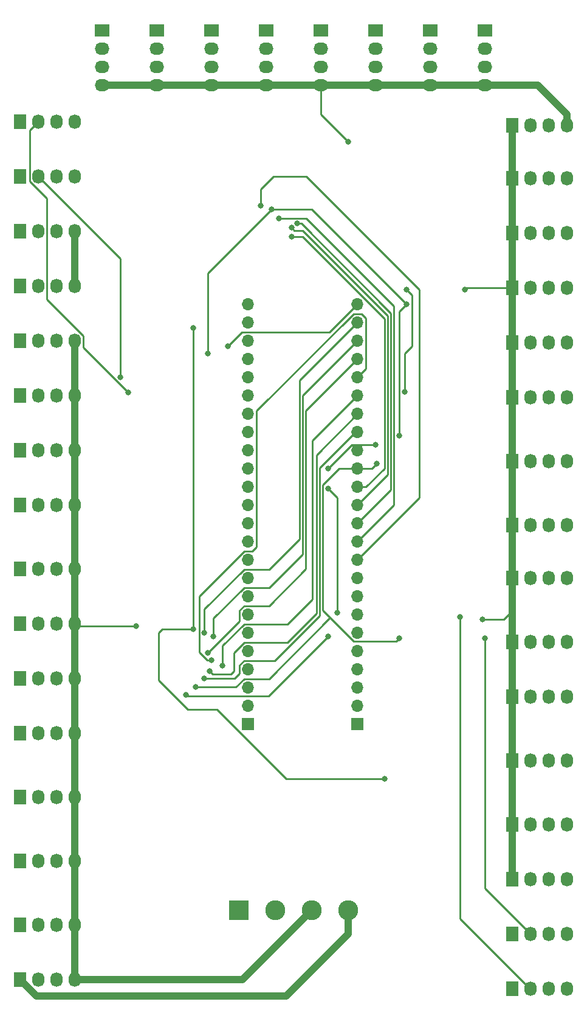
<source format=gbr>
%TF.GenerationSoftware,KiCad,Pcbnew,(5.1.8)-1*%
%TF.CreationDate,2021-02-28T20:43:26-06:00*%
%TF.ProjectId,CircuitBoard,43697263-7569-4744-926f-6172642e6b69,rev?*%
%TF.SameCoordinates,Original*%
%TF.FileFunction,Copper,L2,Bot*%
%TF.FilePolarity,Positive*%
%FSLAX46Y46*%
G04 Gerber Fmt 4.6, Leading zero omitted, Abs format (unit mm)*
G04 Created by KiCad (PCBNEW (5.1.8)-1) date 2021-02-28 20:43:26*
%MOMM*%
%LPD*%
G01*
G04 APERTURE LIST*
%TA.AperFunction,ComponentPad*%
%ADD10C,2.780000*%
%TD*%
%TA.AperFunction,ComponentPad*%
%ADD11R,2.780000X2.780000*%
%TD*%
%TA.AperFunction,ComponentPad*%
%ADD12O,1.730000X2.030000*%
%TD*%
%TA.AperFunction,ComponentPad*%
%ADD13R,1.730000X2.030000*%
%TD*%
%TA.AperFunction,ComponentPad*%
%ADD14O,1.700000X1.700000*%
%TD*%
%TA.AperFunction,ComponentPad*%
%ADD15R,1.700000X1.700000*%
%TD*%
%TA.AperFunction,ComponentPad*%
%ADD16O,2.030000X1.730000*%
%TD*%
%TA.AperFunction,ComponentPad*%
%ADD17R,2.030000X1.730000*%
%TD*%
%TA.AperFunction,ViaPad*%
%ADD18C,0.800000*%
%TD*%
%TA.AperFunction,Conductor*%
%ADD19C,1.016000*%
%TD*%
%TA.AperFunction,Conductor*%
%ADD20C,0.250000*%
%TD*%
G04 APERTURE END LIST*
D10*
%TO.P,JMolex1,4*%
%TO.N,Net-(J1-Pad1)*%
X133350000Y-169418000D03*
%TO.P,JMolex1,3*%
%TO.N,Net-(J1-Pad4)*%
X128270000Y-169418000D03*
%TO.P,JMolex1,2*%
%TO.N,Net-(JMolex1-Pad2)*%
X123190000Y-169418000D03*
D11*
%TO.P,JMolex1,1*%
%TO.N,Net-(JMolex1-Pad1)*%
X118110000Y-169418000D03*
%TD*%
D12*
%TO.P,J42,4*%
%TO.N,Net-(J1-Pad4)*%
X95250000Y-113030000D03*
%TO.P,J42,3*%
%TO.N,Net-(J42-Pad3)*%
X92710000Y-113030000D03*
%TO.P,J42,2*%
%TO.N,Net-(J42-Pad2)*%
X90170000Y-113030000D03*
D13*
%TO.P,J42,1*%
%TO.N,Net-(J1-Pad1)*%
X87630000Y-113030000D03*
%TD*%
D12*
%TO.P,J41,4*%
%TO.N,Net-(J1-Pad4)*%
X95250000Y-105410000D03*
%TO.P,J41,3*%
%TO.N,Net-(J41-Pad3)*%
X92710000Y-105410000D03*
%TO.P,J41,2*%
%TO.N,Net-(J41-Pad2)*%
X90170000Y-105410000D03*
D13*
%TO.P,J41,1*%
%TO.N,Net-(J1-Pad1)*%
X87630000Y-105410000D03*
%TD*%
D12*
%TO.P,J40,4*%
%TO.N,Net-(J1-Pad4)*%
X95250000Y-97790000D03*
%TO.P,J40,3*%
%TO.N,Net-(J40-Pad3)*%
X92710000Y-97790000D03*
%TO.P,J40,2*%
%TO.N,Net-(J40-Pad2)*%
X90170000Y-97790000D03*
D13*
%TO.P,J40,1*%
%TO.N,Net-(J1-Pad1)*%
X87630000Y-97790000D03*
%TD*%
D12*
%TO.P,J39,4*%
%TO.N,Net-(J1-Pad4)*%
X95250000Y-90170000D03*
%TO.P,J39,3*%
%TO.N,Net-(J39-Pad3)*%
X92710000Y-90170000D03*
%TO.P,J39,2*%
%TO.N,Net-(J39-Pad2)*%
X90170000Y-90170000D03*
D13*
%TO.P,J39,1*%
%TO.N,Net-(J1-Pad1)*%
X87630000Y-90170000D03*
%TD*%
D12*
%TO.P,J38,4*%
%TO.N,Net-(J1-Pad4)*%
X95250000Y-82550000D03*
%TO.P,J38,3*%
%TO.N,Net-(J38-Pad3)*%
X92710000Y-82550000D03*
%TO.P,J38,2*%
%TO.N,Net-(J38-Pad2)*%
X90170000Y-82550000D03*
D13*
%TO.P,J38,1*%
%TO.N,Net-(J1-Pad1)*%
X87630000Y-82550000D03*
%TD*%
D12*
%TO.P,J37,4*%
%TO.N,Net-(J1-Pad4)*%
X95250000Y-74930000D03*
%TO.P,J37,3*%
%TO.N,Net-(J37-Pad3)*%
X92710000Y-74930000D03*
%TO.P,J37,2*%
%TO.N,Net-(J37-Pad2)*%
X90170000Y-74930000D03*
D13*
%TO.P,J37,1*%
%TO.N,Net-(J1-Pad1)*%
X87630000Y-74930000D03*
%TD*%
D12*
%TO.P,J36,4*%
%TO.N,Net-(J1-Pad4)*%
X95250000Y-67310000D03*
%TO.P,J36,3*%
%TO.N,Net-(J36-Pad3)*%
X92710000Y-67310000D03*
%TO.P,J36,2*%
%TO.N,Net-(J36-Pad2)*%
X90170000Y-67310000D03*
D13*
%TO.P,J36,1*%
%TO.N,Net-(J1-Pad1)*%
X87630000Y-67310000D03*
%TD*%
D12*
%TO.P,J35,4*%
%TO.N,Net-(J1-Pad4)*%
X95250000Y-59690000D03*
%TO.P,J35,3*%
%TO.N,Net-(J35-Pad3)*%
X92710000Y-59690000D03*
%TO.P,J35,2*%
%TO.N,Net-(J35-Pad2)*%
X90170000Y-59690000D03*
D13*
%TO.P,J35,1*%
%TO.N,Net-(J1-Pad1)*%
X87630000Y-59690000D03*
%TD*%
D12*
%TO.P,J34,4*%
%TO.N,Net-(J1-Pad4)*%
X95250000Y-121920000D03*
%TO.P,J34,3*%
%TO.N,Net-(J34-Pad3)*%
X92710000Y-121920000D03*
%TO.P,J34,2*%
%TO.N,Net-(J34-Pad2)*%
X90170000Y-121920000D03*
D13*
%TO.P,J34,1*%
%TO.N,Net-(J1-Pad1)*%
X87630000Y-121920000D03*
%TD*%
D12*
%TO.P,J33,4*%
%TO.N,Net-(J1-Pad4)*%
X95250000Y-129540000D03*
%TO.P,J33,3*%
%TO.N,Net-(J33-Pad3)*%
X92710000Y-129540000D03*
%TO.P,J33,2*%
%TO.N,Net-(J33-Pad2)*%
X90170000Y-129540000D03*
D13*
%TO.P,J33,1*%
%TO.N,Net-(J1-Pad1)*%
X87630000Y-129540000D03*
%TD*%
D12*
%TO.P,J32,4*%
%TO.N,Net-(J1-Pad4)*%
X95250000Y-137160000D03*
%TO.P,J32,3*%
%TO.N,Net-(J32-Pad3)*%
X92710000Y-137160000D03*
%TO.P,J32,2*%
%TO.N,Net-(J32-Pad2)*%
X90170000Y-137160000D03*
D13*
%TO.P,J32,1*%
%TO.N,Net-(J1-Pad1)*%
X87630000Y-137160000D03*
%TD*%
D12*
%TO.P,J31,4*%
%TO.N,Net-(J1-Pad4)*%
X95250000Y-144780000D03*
%TO.P,J31,3*%
%TO.N,Net-(J31-Pad3)*%
X92710000Y-144780000D03*
%TO.P,J31,2*%
%TO.N,Net-(J31-Pad2)*%
X90170000Y-144780000D03*
D13*
%TO.P,J31,1*%
%TO.N,Net-(J1-Pad1)*%
X87630000Y-144780000D03*
%TD*%
D12*
%TO.P,J30,4*%
%TO.N,Net-(J1-Pad4)*%
X95250000Y-153670000D03*
%TO.P,J30,3*%
%TO.N,Net-(J30-Pad3)*%
X92710000Y-153670000D03*
%TO.P,J30,2*%
%TO.N,Net-(J30-Pad2)*%
X90170000Y-153670000D03*
D13*
%TO.P,J30,1*%
%TO.N,Net-(J1-Pad1)*%
X87630000Y-153670000D03*
%TD*%
D12*
%TO.P,J29,4*%
%TO.N,Net-(J1-Pad4)*%
X95250000Y-162560000D03*
%TO.P,J29,3*%
%TO.N,Net-(J29-Pad3)*%
X92710000Y-162560000D03*
%TO.P,J29,2*%
%TO.N,Net-(J29-Pad2)*%
X90170000Y-162560000D03*
D13*
%TO.P,J29,1*%
%TO.N,Net-(J1-Pad1)*%
X87630000Y-162560000D03*
%TD*%
D12*
%TO.P,J28,4*%
%TO.N,Net-(J1-Pad4)*%
X95250000Y-171450000D03*
%TO.P,J28,3*%
%TO.N,Net-(J28-Pad3)*%
X92710000Y-171450000D03*
%TO.P,J28,2*%
%TO.N,Net-(J28-Pad2)*%
X90170000Y-171450000D03*
D13*
%TO.P,J28,1*%
%TO.N,Net-(J1-Pad1)*%
X87630000Y-171450000D03*
%TD*%
D12*
%TO.P,J27,4*%
%TO.N,Net-(J1-Pad4)*%
X95250000Y-179070000D03*
%TO.P,J27,3*%
%TO.N,Net-(J27-Pad3)*%
X92710000Y-179070000D03*
%TO.P,J27,2*%
%TO.N,Net-(J27-Pad2)*%
X90170000Y-179070000D03*
D13*
%TO.P,J27,1*%
%TO.N,Net-(J1-Pad1)*%
X87630000Y-179070000D03*
%TD*%
D12*
%TO.P,J26,4*%
%TO.N,Net-(J1-Pad4)*%
X163830000Y-115824000D03*
%TO.P,J26,3*%
%TO.N,Net-(J26-Pad3)*%
X161290000Y-115824000D03*
%TO.P,J26,2*%
%TO.N,Net-(J26-Pad2)*%
X158750000Y-115824000D03*
D13*
%TO.P,J26,1*%
%TO.N,Net-(J1-Pad1)*%
X156210000Y-115824000D03*
%TD*%
D12*
%TO.P,J25,4*%
%TO.N,Net-(J1-Pad4)*%
X163830000Y-106934000D03*
%TO.P,J25,3*%
%TO.N,Net-(J25-Pad3)*%
X161290000Y-106934000D03*
%TO.P,J25,2*%
%TO.N,Net-(J25-Pad2)*%
X158750000Y-106934000D03*
D13*
%TO.P,J25,1*%
%TO.N,Net-(J1-Pad1)*%
X156210000Y-106934000D03*
%TD*%
D12*
%TO.P,J24,4*%
%TO.N,Net-(J1-Pad4)*%
X163830000Y-98044000D03*
%TO.P,J24,3*%
%TO.N,Net-(J24-Pad3)*%
X161290000Y-98044000D03*
%TO.P,J24,2*%
%TO.N,Net-(J24-Pad2)*%
X158750000Y-98044000D03*
D13*
%TO.P,J24,1*%
%TO.N,Net-(J1-Pad1)*%
X156210000Y-98044000D03*
%TD*%
D12*
%TO.P,J23,4*%
%TO.N,Net-(J1-Pad4)*%
X163830000Y-90424000D03*
%TO.P,J23,3*%
%TO.N,Net-(J23-Pad3)*%
X161290000Y-90424000D03*
%TO.P,J23,2*%
%TO.N,Net-(J23-Pad2)*%
X158750000Y-90424000D03*
D13*
%TO.P,J23,1*%
%TO.N,Net-(J1-Pad1)*%
X156210000Y-90424000D03*
%TD*%
D14*
%TO.P,J22,24*%
%TO.N,Net-(J22-Pad24)*%
X119380000Y-85090000D03*
%TO.P,J22,23*%
%TO.N,Net-(J22-Pad23)*%
X119380000Y-87630000D03*
%TO.P,J22,22*%
%TO.N,Net-(J22-Pad22)*%
X119380000Y-90170000D03*
%TO.P,J22,21*%
%TO.N,Net-(J22-Pad21)*%
X119380000Y-92710000D03*
%TO.P,J22,20*%
%TO.N,Net-(J22-Pad20)*%
X119380000Y-95250000D03*
%TO.P,J22,19*%
%TO.N,Net-(J22-Pad19)*%
X119380000Y-97790000D03*
%TO.P,J22,18*%
%TO.N,Net-(J22-Pad18)*%
X119380000Y-100330000D03*
%TO.P,J22,17*%
%TO.N,Net-(J22-Pad17)*%
X119380000Y-102870000D03*
%TO.P,J22,16*%
%TO.N,Net-(J22-Pad16)*%
X119380000Y-105410000D03*
%TO.P,J22,15*%
%TO.N,Net-(J22-Pad15)*%
X119380000Y-107950000D03*
%TO.P,J22,14*%
%TO.N,Net-(J22-Pad14)*%
X119380000Y-110490000D03*
%TO.P,J22,13*%
%TO.N,Net-(J22-Pad13)*%
X119380000Y-113030000D03*
%TO.P,J22,12*%
%TO.N,Net-(J22-Pad12)*%
X119380000Y-115570000D03*
%TO.P,J22,11*%
%TO.N,Net-(J22-Pad11)*%
X119380000Y-118110000D03*
%TO.P,J22,10*%
%TO.N,Net-(J22-Pad10)*%
X119380000Y-120650000D03*
%TO.P,J22,9*%
%TO.N,Net-(J22-Pad9)*%
X119380000Y-123190000D03*
%TO.P,J22,8*%
%TO.N,Net-(J22-Pad8)*%
X119380000Y-125730000D03*
%TO.P,J22,7*%
%TO.N,Net-(J22-Pad7)*%
X119380000Y-128270000D03*
%TO.P,J22,6*%
%TO.N,Net-(J22-Pad6)*%
X119380000Y-130810000D03*
%TO.P,J22,5*%
%TO.N,Net-(J22-Pad5)*%
X119380000Y-133350000D03*
%TO.P,J22,4*%
%TO.N,Net-(J22-Pad4)*%
X119380000Y-135890000D03*
%TO.P,J22,3*%
%TO.N,Net-(J22-Pad3)*%
X119380000Y-138430000D03*
%TO.P,J22,2*%
%TO.N,Net-(J22-Pad2)*%
X119380000Y-140970000D03*
D15*
%TO.P,J22,1*%
%TO.N,Net-(J22-Pad1)*%
X119380000Y-143510000D03*
%TD*%
D14*
%TO.P,J21,24*%
%TO.N,Net-(J21-Pad24)*%
X134620000Y-85090000D03*
%TO.P,J21,23*%
%TO.N,Net-(J21-Pad23)*%
X134620000Y-87630000D03*
%TO.P,J21,22*%
%TO.N,Net-(J21-Pad22)*%
X134620000Y-90170000D03*
%TO.P,J21,21*%
%TO.N,Net-(J21-Pad21)*%
X134620000Y-92710000D03*
%TO.P,J21,20*%
%TO.N,Net-(J21-Pad20)*%
X134620000Y-95250000D03*
%TO.P,J21,19*%
%TO.N,Net-(J21-Pad19)*%
X134620000Y-97790000D03*
%TO.P,J21,18*%
%TO.N,Net-(J21-Pad18)*%
X134620000Y-100330000D03*
%TO.P,J21,17*%
%TO.N,Net-(J21-Pad17)*%
X134620000Y-102870000D03*
%TO.P,J21,16*%
%TO.N,Net-(J21-Pad16)*%
X134620000Y-105410000D03*
%TO.P,J21,15*%
%TO.N,Net-(J21-Pad15)*%
X134620000Y-107950000D03*
%TO.P,J21,14*%
%TO.N,Net-(J21-Pad14)*%
X134620000Y-110490000D03*
%TO.P,J21,13*%
%TO.N,Net-(J21-Pad13)*%
X134620000Y-113030000D03*
%TO.P,J21,12*%
%TO.N,Net-(J21-Pad12)*%
X134620000Y-115570000D03*
%TO.P,J21,11*%
%TO.N,Net-(J21-Pad11)*%
X134620000Y-118110000D03*
%TO.P,J21,10*%
%TO.N,Net-(J21-Pad10)*%
X134620000Y-120650000D03*
%TO.P,J21,9*%
%TO.N,Net-(J21-Pad9)*%
X134620000Y-123190000D03*
%TO.P,J21,8*%
%TO.N,Net-(J21-Pad8)*%
X134620000Y-125730000D03*
%TO.P,J21,7*%
%TO.N,Net-(J21-Pad7)*%
X134620000Y-128270000D03*
%TO.P,J21,6*%
%TO.N,Net-(J21-Pad6)*%
X134620000Y-130810000D03*
%TO.P,J21,5*%
%TO.N,Net-(J21-Pad5)*%
X134620000Y-133350000D03*
%TO.P,J21,4*%
%TO.N,Net-(J21-Pad4)*%
X134620000Y-135890000D03*
%TO.P,J21,3*%
%TO.N,Net-(J21-Pad3)*%
X134620000Y-138430000D03*
%TO.P,J21,2*%
%TO.N,Net-(J21-Pad2)*%
X134620000Y-140970000D03*
D15*
%TO.P,J21,1*%
%TO.N,Net-(J1-Pad4)*%
X134620000Y-143510000D03*
%TD*%
D16*
%TO.P,J20,4*%
%TO.N,Net-(J1-Pad4)*%
X106680000Y-54610000D03*
%TO.P,J20,3*%
%TO.N,Net-(J20-Pad3)*%
X106680000Y-52070000D03*
%TO.P,J20,2*%
%TO.N,Net-(J20-Pad2)*%
X106680000Y-49530000D03*
D17*
%TO.P,J20,1*%
%TO.N,Net-(J1-Pad1)*%
X106680000Y-46990000D03*
%TD*%
D16*
%TO.P,J19,4*%
%TO.N,Net-(J1-Pad4)*%
X99060000Y-54610000D03*
%TO.P,J19,3*%
%TO.N,Net-(J19-Pad3)*%
X99060000Y-52070000D03*
%TO.P,J19,2*%
%TO.N,Net-(J19-Pad2)*%
X99060000Y-49530000D03*
D17*
%TO.P,J19,1*%
%TO.N,Net-(J1-Pad1)*%
X99060000Y-46990000D03*
%TD*%
D12*
%TO.P,J18,4*%
%TO.N,Net-(J1-Pad4)*%
X163830000Y-123190000D03*
%TO.P,J18,3*%
%TO.N,Net-(J18-Pad3)*%
X161290000Y-123190000D03*
%TO.P,J18,2*%
%TO.N,Net-(J18-Pad2)*%
X158750000Y-123190000D03*
D13*
%TO.P,J18,1*%
%TO.N,Net-(J1-Pad1)*%
X156210000Y-123190000D03*
%TD*%
D12*
%TO.P,J17,4*%
%TO.N,Net-(J1-Pad4)*%
X163830000Y-132080000D03*
%TO.P,J17,3*%
%TO.N,Net-(J17-Pad3)*%
X161290000Y-132080000D03*
%TO.P,J17,2*%
%TO.N,Net-(J17-Pad2)*%
X158750000Y-132080000D03*
D13*
%TO.P,J17,1*%
%TO.N,Net-(J1-Pad1)*%
X156210000Y-132080000D03*
%TD*%
D12*
%TO.P,J16,4*%
%TO.N,Net-(J1-Pad4)*%
X163830000Y-139700000D03*
%TO.P,J16,3*%
%TO.N,Net-(J16-Pad3)*%
X161290000Y-139700000D03*
%TO.P,J16,2*%
%TO.N,Net-(J16-Pad2)*%
X158750000Y-139700000D03*
D13*
%TO.P,J16,1*%
%TO.N,Net-(J1-Pad1)*%
X156210000Y-139700000D03*
%TD*%
D12*
%TO.P,J15,4*%
%TO.N,Net-(J1-Pad4)*%
X163830000Y-148590000D03*
%TO.P,J15,3*%
%TO.N,Net-(J15-Pad3)*%
X161290000Y-148590000D03*
%TO.P,J15,2*%
%TO.N,Net-(J15-Pad2)*%
X158750000Y-148590000D03*
D13*
%TO.P,J15,1*%
%TO.N,Net-(J1-Pad1)*%
X156210000Y-148590000D03*
%TD*%
D12*
%TO.P,J14,4*%
%TO.N,Net-(J1-Pad4)*%
X163830000Y-157480000D03*
%TO.P,J14,3*%
%TO.N,Net-(J14-Pad3)*%
X161290000Y-157480000D03*
%TO.P,J14,2*%
%TO.N,Net-(J14-Pad2)*%
X158750000Y-157480000D03*
D13*
%TO.P,J14,1*%
%TO.N,Net-(J1-Pad1)*%
X156210000Y-157480000D03*
%TD*%
D12*
%TO.P,J13,4*%
%TO.N,Net-(J1-Pad4)*%
X163830000Y-165100000D03*
%TO.P,J13,3*%
%TO.N,Net-(J13-Pad3)*%
X161290000Y-165100000D03*
%TO.P,J13,2*%
%TO.N,Net-(J13-Pad2)*%
X158750000Y-165100000D03*
D13*
%TO.P,J13,1*%
%TO.N,Net-(J1-Pad1)*%
X156210000Y-165100000D03*
%TD*%
D12*
%TO.P,J12,4*%
%TO.N,Net-(J1-Pad4)*%
X163830000Y-172720000D03*
%TO.P,J12,3*%
%TO.N,Net-(J12-Pad3)*%
X161290000Y-172720000D03*
%TO.P,J12,2*%
%TO.N,Net-(J12-Pad2)*%
X158750000Y-172720000D03*
D13*
%TO.P,J12,1*%
%TO.N,Net-(J1-Pad1)*%
X156210000Y-172720000D03*
%TD*%
D12*
%TO.P,J11,4*%
%TO.N,Net-(J1-Pad4)*%
X163830000Y-180340000D03*
%TO.P,J11,3*%
%TO.N,Net-(J11-Pad3)*%
X161290000Y-180340000D03*
%TO.P,J11,2*%
%TO.N,Net-(J11-Pad2)*%
X158750000Y-180340000D03*
D13*
%TO.P,J11,1*%
%TO.N,Net-(J1-Pad1)*%
X156210000Y-180340000D03*
%TD*%
D12*
%TO.P,J10,4*%
%TO.N,Net-(J1-Pad4)*%
X163830000Y-82804000D03*
%TO.P,J10,3*%
%TO.N,Net-(J10-Pad3)*%
X161290000Y-82804000D03*
%TO.P,J10,2*%
%TO.N,Net-(J10-Pad2)*%
X158750000Y-82804000D03*
D13*
%TO.P,J10,1*%
%TO.N,Net-(J1-Pad1)*%
X156210000Y-82804000D03*
%TD*%
D12*
%TO.P,J9,4*%
%TO.N,Net-(J1-Pad4)*%
X163830000Y-67564000D03*
%TO.P,J9,3*%
%TO.N,Net-(J9-Pad3)*%
X161290000Y-67564000D03*
%TO.P,J9,2*%
%TO.N,Net-(J9-Pad2)*%
X158750000Y-67564000D03*
D13*
%TO.P,J9,1*%
%TO.N,Net-(J1-Pad1)*%
X156210000Y-67564000D03*
%TD*%
D12*
%TO.P,J8,4*%
%TO.N,Net-(J1-Pad4)*%
X163830000Y-60198000D03*
%TO.P,J8,3*%
%TO.N,Net-(J8-Pad3)*%
X161290000Y-60198000D03*
%TO.P,J8,2*%
%TO.N,Net-(J8-Pad2)*%
X158750000Y-60198000D03*
D13*
%TO.P,J8,1*%
%TO.N,Net-(J1-Pad1)*%
X156210000Y-60198000D03*
%TD*%
D16*
%TO.P,J7,4*%
%TO.N,Net-(J1-Pad4)*%
X152400000Y-54610000D03*
%TO.P,J7,3*%
%TO.N,Net-(J7-Pad3)*%
X152400000Y-52070000D03*
%TO.P,J7,2*%
%TO.N,Net-(J7-Pad2)*%
X152400000Y-49530000D03*
D17*
%TO.P,J7,1*%
%TO.N,Net-(J1-Pad1)*%
X152400000Y-46990000D03*
%TD*%
D12*
%TO.P,J6,4*%
%TO.N,Net-(J1-Pad4)*%
X163830000Y-75184000D03*
%TO.P,J6,3*%
%TO.N,Net-(J6-Pad3)*%
X161290000Y-75184000D03*
%TO.P,J6,2*%
%TO.N,Net-(J6-Pad2)*%
X158750000Y-75184000D03*
D13*
%TO.P,J6,1*%
%TO.N,Net-(J1-Pad1)*%
X156210000Y-75184000D03*
%TD*%
D16*
%TO.P,J5,4*%
%TO.N,Net-(J1-Pad4)*%
X144780000Y-54610000D03*
%TO.P,J5,3*%
%TO.N,Net-(J5-Pad3)*%
X144780000Y-52070000D03*
%TO.P,J5,2*%
%TO.N,Net-(J5-Pad2)*%
X144780000Y-49530000D03*
D17*
%TO.P,J5,1*%
%TO.N,Net-(J1-Pad1)*%
X144780000Y-46990000D03*
%TD*%
D16*
%TO.P,J4,4*%
%TO.N,Net-(J1-Pad4)*%
X137160000Y-54610000D03*
%TO.P,J4,3*%
%TO.N,Net-(J4-Pad3)*%
X137160000Y-52070000D03*
%TO.P,J4,2*%
%TO.N,Net-(J4-Pad2)*%
X137160000Y-49530000D03*
D17*
%TO.P,J4,1*%
%TO.N,Net-(J1-Pad1)*%
X137160000Y-46990000D03*
%TD*%
D16*
%TO.P,J3,4*%
%TO.N,Net-(J1-Pad4)*%
X114300000Y-54610000D03*
%TO.P,J3,3*%
%TO.N,Net-(J3-Pad3)*%
X114300000Y-52070000D03*
%TO.P,J3,2*%
%TO.N,Net-(J3-Pad2)*%
X114300000Y-49530000D03*
D17*
%TO.P,J3,1*%
%TO.N,Net-(J1-Pad1)*%
X114300000Y-46990000D03*
%TD*%
D16*
%TO.P,J2,4*%
%TO.N,Net-(J1-Pad4)*%
X129540000Y-54610000D03*
%TO.P,J2,3*%
%TO.N,Net-(J2-Pad3)*%
X129540000Y-52070000D03*
%TO.P,J2,2*%
%TO.N,Net-(J2-Pad2)*%
X129540000Y-49530000D03*
D17*
%TO.P,J2,1*%
%TO.N,Net-(J1-Pad1)*%
X129540000Y-46990000D03*
%TD*%
D16*
%TO.P,J1,4*%
%TO.N,Net-(J1-Pad4)*%
X121920000Y-54610000D03*
%TO.P,J1,3*%
%TO.N,Net-(J1-Pad3)*%
X121920000Y-52070000D03*
%TO.P,J1,2*%
%TO.N,Net-(J1-Pad2)*%
X121920000Y-49530000D03*
D17*
%TO.P,J1,1*%
%TO.N,Net-(J1-Pad1)*%
X121920000Y-46990000D03*
%TD*%
D18*
%TO.N,Net-(J1-Pad4)*%
X133350000Y-62484000D03*
X103810000Y-129870000D03*
%TO.N,Net-(J1-Pad1)*%
X149606000Y-83058000D03*
X152072000Y-128958000D03*
%TO.N,Net-(J11-Pad2)*%
X148920000Y-128600000D03*
%TO.N,Net-(J12-Pad2)*%
X152400000Y-131572000D03*
%TO.N,Net-(J21-Pad24)*%
X116572000Y-90918000D03*
%TO.N,Net-(J21-Pad23)*%
X113284000Y-130810000D03*
%TO.N,Net-(J21-Pad22)*%
X114554000Y-131318000D03*
%TO.N,Net-(J21-Pad21)*%
X113751000Y-133645000D03*
%TO.N,Net-(J21-Pad20)*%
X114300000Y-134620000D03*
%TO.N,Net-(J21-Pad19)*%
X115824000Y-135382000D03*
%TO.N,Net-(J21-Pad18)*%
X114046000Y-136144000D03*
%TO.N,Net-(J21-Pad17)*%
X113284000Y-137160000D03*
%TO.N,Net-(J21-Pad16)*%
X110744000Y-139446000D03*
X137160000Y-104648000D03*
X130556000Y-131318000D03*
X131826000Y-128016000D03*
X130556000Y-110744000D03*
X130556000Y-107950000D03*
%TO.N,Net-(J21-Pad15)*%
X112067000Y-138377000D03*
X122682000Y-71882000D03*
X113792000Y-91948000D03*
X141478000Y-85090000D03*
X137287000Y-107315000D03*
X140462000Y-103378000D03*
X140462000Y-131572000D03*
%TO.N,Net-(J21-Pad14)*%
X125476000Y-75692000D03*
%TO.N,Net-(J21-Pad13)*%
X125417177Y-74467425D03*
%TO.N,Net-(J21-Pad12)*%
X126224291Y-73877010D03*
%TO.N,Net-(J21-Pad11)*%
X123698000Y-73152000D03*
%TO.N,Net-(J21-Pad10)*%
X121158000Y-71374000D03*
%TO.N,Net-(J35-Pad2)*%
X102652999Y-97336610D03*
%TO.N,Net-(J36-Pad2)*%
X101600000Y-95250000D03*
%TO.N,Net-(R1-Pad2)*%
X111760000Y-130302000D03*
X138430000Y-151130000D03*
X111760000Y-88392000D03*
X141224000Y-97282000D03*
X141478000Y-83058000D03*
%TD*%
D19*
%TO.N,Net-(J1-Pad4)*%
X95250000Y-179070000D02*
X95250000Y-171450000D01*
X95250000Y-171450000D02*
X95250000Y-162560000D01*
X95250000Y-162560000D02*
X95250000Y-153670000D01*
X95250000Y-153670000D02*
X95250000Y-144780000D01*
X95250000Y-144780000D02*
X95250000Y-137160000D01*
X95250000Y-137160000D02*
X95250000Y-129540000D01*
X95250000Y-129540000D02*
X95250000Y-121920000D01*
X95250000Y-121920000D02*
X95250000Y-113030000D01*
X95250000Y-113030000D02*
X95250000Y-105410000D01*
X95250000Y-105410000D02*
X95250000Y-97790000D01*
X95250000Y-97790000D02*
X95250000Y-90170000D01*
X95250000Y-82550000D02*
X95250000Y-74930000D01*
X99060000Y-54610000D02*
X106680000Y-54610000D01*
X106680000Y-54610000D02*
X114300000Y-54610000D01*
X114300000Y-54610000D02*
X121920000Y-54610000D01*
X121920000Y-54610000D02*
X129540000Y-54610000D01*
X129540000Y-54610000D02*
X137160000Y-54610000D01*
X137160000Y-54610000D02*
X144780000Y-54610000D01*
X144780000Y-54610000D02*
X152400000Y-54610000D01*
X163830000Y-58716158D02*
X163830000Y-60198000D01*
X159723842Y-54610000D02*
X163830000Y-58716158D01*
X152400000Y-54610000D02*
X159723842Y-54610000D01*
D20*
X129540000Y-54610000D02*
X129540000Y-58674000D01*
X129540000Y-58674000D02*
X133350000Y-62484000D01*
X133350000Y-62484000D02*
X133350000Y-62484000D01*
X95580000Y-129870000D02*
X95250000Y-129540000D01*
X103810000Y-129870000D02*
X95580000Y-129870000D01*
D19*
X118618000Y-179070000D02*
X128270000Y-169418000D01*
X95250000Y-179070000D02*
X118618000Y-179070000D01*
%TO.N,Net-(J1-Pad1)*%
X156210000Y-165100000D02*
X156210000Y-148590000D01*
X156210000Y-148590000D02*
X156210000Y-139700000D01*
X156210000Y-139700000D02*
X156210000Y-132080000D01*
X156210000Y-123190000D02*
X156210000Y-115824000D01*
X156210000Y-115824000D02*
X156210000Y-106934000D01*
X156210000Y-106934000D02*
X156210000Y-98044000D01*
X156210000Y-98044000D02*
X156210000Y-90424000D01*
X156210000Y-90424000D02*
X156210000Y-82804000D01*
X156210000Y-82804000D02*
X156210000Y-75184000D01*
X156210000Y-75184000D02*
X156210000Y-67564000D01*
X156210000Y-67564000D02*
X156210000Y-60198000D01*
D20*
X149860000Y-82804000D02*
X149606000Y-83058000D01*
X156210000Y-82804000D02*
X149860000Y-82804000D01*
X155014000Y-128958000D02*
X156210000Y-127762000D01*
X152072000Y-128958000D02*
X155014000Y-128958000D01*
D19*
X156210000Y-127762000D02*
X156210000Y-123190000D01*
X156210000Y-132080000D02*
X156210000Y-127762000D01*
X133350000Y-172720000D02*
X133350000Y-169418000D01*
X124714000Y-181356000D02*
X133350000Y-172720000D01*
X89916000Y-181356000D02*
X124714000Y-181356000D01*
X87630000Y-179070000D02*
X89916000Y-181356000D01*
D20*
%TO.N,Net-(J11-Pad2)*%
X158675002Y-180340000D02*
X158750000Y-180340000D01*
X148920000Y-170584998D02*
X158675002Y-180340000D01*
X148920000Y-128600000D02*
X148920000Y-170584998D01*
%TO.N,Net-(J12-Pad2)*%
X152400000Y-131572000D02*
X152400000Y-166370000D01*
X152400000Y-166370000D02*
X158750000Y-172720000D01*
%TO.N,Net-(J21-Pad24)*%
X118495001Y-88994999D02*
X116572000Y-90918000D01*
X130715001Y-88994999D02*
X118495001Y-88994999D01*
X134620000Y-85090000D02*
X130715001Y-88994999D01*
%TO.N,Net-(J21-Pad23)*%
X113284000Y-130810000D02*
X113284000Y-127546998D01*
X118815999Y-122014999D02*
X122294003Y-122014999D01*
X126527945Y-117781057D02*
X126527945Y-95722055D01*
X122294003Y-122014999D02*
X126527945Y-117781057D01*
X113284000Y-127546998D02*
X118815999Y-122014999D01*
X126527945Y-95722055D02*
X134620000Y-87630000D01*
%TO.N,Net-(J21-Pad22)*%
X126977956Y-97812044D02*
X134620000Y-90170000D01*
X118815999Y-124554999D02*
X122294003Y-124554999D01*
X122294003Y-124554999D02*
X126977956Y-119871046D01*
X114554000Y-128816998D02*
X118815999Y-124554999D01*
X114554000Y-131318000D02*
X114554000Y-128816998D01*
X126977956Y-119871046D02*
X126977956Y-97812044D01*
%TO.N,Net-(J21-Pad21)*%
X127427967Y-121961035D02*
X127427967Y-99902033D01*
X122294003Y-127094999D02*
X127427967Y-121961035D01*
X127427967Y-99902033D02*
X134620000Y-92710000D01*
X118815999Y-127094999D02*
X122294003Y-127094999D01*
X113751000Y-133645000D02*
X118204999Y-129191001D01*
X118204999Y-129191001D02*
X118204999Y-127705999D01*
X118204999Y-127705999D02*
X118815999Y-127094999D01*
%TO.N,Net-(J21-Pad20)*%
X134055999Y-86454999D02*
X135184001Y-86454999D01*
X114300000Y-134620000D02*
X113652998Y-134620000D01*
X113652998Y-134620000D02*
X112558999Y-133526001D01*
X135795001Y-94074999D02*
X134620000Y-95250000D01*
X112558999Y-133526001D02*
X112558999Y-125731999D01*
X112558999Y-125731999D02*
X118815999Y-119474999D01*
X118815999Y-119474999D02*
X119944001Y-119474999D01*
X119944001Y-119474999D02*
X120555001Y-118863999D01*
X120555001Y-118863999D02*
X120555001Y-99955997D01*
X135184001Y-86454999D02*
X135795001Y-87065999D01*
X135795001Y-87065999D02*
X135795001Y-94074999D01*
X120555001Y-99955997D02*
X134055999Y-86454999D01*
%TO.N,Net-(J21-Pad19)*%
X128327989Y-104082011D02*
X134620000Y-97790000D01*
X128327989Y-126141013D02*
X128327989Y-104082011D01*
X115824000Y-132626998D02*
X118815999Y-129634999D01*
X124834003Y-129634999D02*
X128327989Y-126141013D01*
X118815999Y-129634999D02*
X124834003Y-129634999D01*
X115824000Y-135382000D02*
X115824000Y-132626998D01*
%TO.N,Net-(J21-Pad18)*%
X114046000Y-136144000D02*
X114445999Y-136543999D01*
X128893978Y-128115024D02*
X128893978Y-106056022D01*
X128893978Y-106056022D02*
X134620000Y-100330000D01*
X124834003Y-132174999D02*
X128893978Y-128115024D01*
X114445999Y-136543999D02*
X116986999Y-136543999D01*
X118815999Y-132174999D02*
X124834003Y-132174999D01*
X117386998Y-133604000D02*
X118815999Y-132174999D01*
X117386998Y-136144000D02*
X117386998Y-133604000D01*
X116986999Y-136543999D02*
X117386998Y-136144000D01*
%TO.N,Net-(J21-Pad17)*%
X134366000Y-102870000D02*
X134620000Y-102870000D01*
X129343989Y-107892011D02*
X134366000Y-102870000D01*
X129343989Y-128417402D02*
X129343989Y-107892011D01*
X118815999Y-134714999D02*
X123046392Y-134714999D01*
X118204999Y-135325999D02*
X118815999Y-134714999D01*
X123046392Y-134714999D02*
X129343989Y-128417402D01*
X118204999Y-136454001D02*
X118204999Y-135325999D01*
X117499000Y-137160000D02*
X118204999Y-136454001D01*
X113284000Y-137160000D02*
X117499000Y-137160000D01*
%TO.N,Net-(J21-Pad16)*%
X110903001Y-139605001D02*
X122268999Y-139605001D01*
X110744000Y-139446000D02*
X110903001Y-139605001D01*
X122268999Y-139605001D02*
X130556000Y-131318000D01*
X130556000Y-131318000D02*
X130556000Y-131318000D01*
X131826000Y-112014000D02*
X130556000Y-110744000D01*
X131826000Y-128016000D02*
X131826000Y-112014000D01*
X130556000Y-110744000D02*
X130556000Y-110744000D01*
X133858000Y-104648000D02*
X130556000Y-107950000D01*
X137160000Y-104648000D02*
X133858000Y-104648000D01*
%TO.N,Net-(J21-Pad15)*%
X112067000Y-138377000D02*
X117693998Y-138377000D01*
X117693998Y-138377000D02*
X118815999Y-137254999D01*
X118815999Y-137254999D02*
X122294003Y-137254999D01*
X122294003Y-137254999D02*
X130810000Y-128739002D01*
X128270000Y-71882000D02*
X122682000Y-71882000D01*
X141478000Y-85090000D02*
X128270000Y-71882000D01*
X134620000Y-107950000D02*
X136652000Y-107950000D01*
X136652000Y-107950000D02*
X137287000Y-107315000D01*
X137287000Y-107315000D02*
X137414000Y-107188000D01*
X140462000Y-86106000D02*
X141478000Y-85090000D01*
X140462000Y-103378000D02*
X140462000Y-86106000D01*
X134055999Y-131985001D02*
X130810000Y-128739002D01*
X140462000Y-131572000D02*
X140048999Y-131985001D01*
X140048999Y-131985001D02*
X134055999Y-131985001D01*
X132080000Y-107950000D02*
X134620000Y-107950000D01*
X129794000Y-127723002D02*
X129794000Y-110236000D01*
X129794000Y-110236000D02*
X132080000Y-107950000D01*
X130810000Y-128739002D02*
X129794000Y-127723002D01*
X113792000Y-80772000D02*
X122682000Y-71882000D01*
X113792000Y-91948000D02*
X113792000Y-80772000D01*
%TO.N,Net-(J21-Pad14)*%
X126961002Y-75692000D02*
X138372009Y-87103007D01*
X138372009Y-87103007D02*
X138372009Y-107940072D01*
X138372009Y-107940072D02*
X135822081Y-110490000D01*
X125476000Y-75692000D02*
X126961002Y-75692000D01*
X135822081Y-110490000D02*
X134620000Y-110490000D01*
%TO.N,Net-(J21-Pad13)*%
X126955149Y-74867424D02*
X125817176Y-74867424D01*
X134620000Y-113030000D02*
X138822020Y-108827980D01*
X125817176Y-74867424D02*
X125417177Y-74467425D01*
X138822020Y-86734295D02*
X126955149Y-74867424D01*
X138822020Y-108827980D02*
X138822020Y-86734295D01*
%TO.N,Net-(J21-Pad12)*%
X139272031Y-86359065D02*
X126789976Y-73877010D01*
X126789976Y-73877010D02*
X126224291Y-73877010D01*
X139272031Y-110917969D02*
X139272031Y-86359065D01*
X134620000Y-115570000D02*
X139272031Y-110917969D01*
%TO.N,Net-(J21-Pad11)*%
X139722042Y-113007958D02*
X134620000Y-118110000D01*
X139722042Y-85366042D02*
X139722042Y-113007958D01*
X127508000Y-73152000D02*
X139722042Y-85366042D01*
X123698000Y-73152000D02*
X127508000Y-73152000D01*
%TO.N,Net-(J21-Pad10)*%
X121158000Y-71374000D02*
X121158000Y-69088000D01*
X121158000Y-69088000D02*
X122936000Y-67310000D01*
X122936000Y-67310000D02*
X127508000Y-67310000D01*
X127508000Y-67310000D02*
X143256000Y-83058000D01*
X143256000Y-112014000D02*
X134620000Y-120650000D01*
X143256000Y-83058000D02*
X143256000Y-112014000D01*
%TO.N,Net-(J35-Pad2)*%
X96440010Y-91123621D02*
X102652999Y-97336610D01*
X88979990Y-60880010D02*
X88979990Y-67952918D01*
X91360010Y-70332938D02*
X91360010Y-84447082D01*
X90170000Y-59690000D02*
X88979990Y-60880010D01*
X91360010Y-84447082D02*
X96440010Y-89527082D01*
X88979990Y-67952918D02*
X91360010Y-70332938D01*
X96440010Y-89527082D02*
X96440010Y-91123621D01*
%TO.N,Net-(J36-Pad2)*%
X101600000Y-95250000D02*
X101600000Y-78740000D01*
X101600000Y-78740000D02*
X90170000Y-67310000D01*
%TO.N,Net-(R1-Pad2)*%
X124714998Y-151130000D02*
X115062998Y-141478000D01*
X138430000Y-151130000D02*
X124714998Y-151130000D01*
X115062998Y-141478000D02*
X110998000Y-141478000D01*
X110998000Y-141478000D02*
X106934000Y-137414000D01*
X106934000Y-137414000D02*
X106934000Y-130810000D01*
X107442000Y-130302000D02*
X111760000Y-130302000D01*
X106934000Y-130810000D02*
X107442000Y-130302000D01*
X111760000Y-130302000D02*
X111760000Y-88392000D01*
X142240000Y-83820000D02*
X141478000Y-83058000D01*
X142240000Y-90932000D02*
X142240000Y-83820000D01*
X141224000Y-91948000D02*
X142240000Y-90932000D01*
X141224000Y-97282000D02*
X141224000Y-91948000D01*
X141478000Y-83058000D02*
X141478000Y-83058000D01*
%TD*%
M02*

</source>
